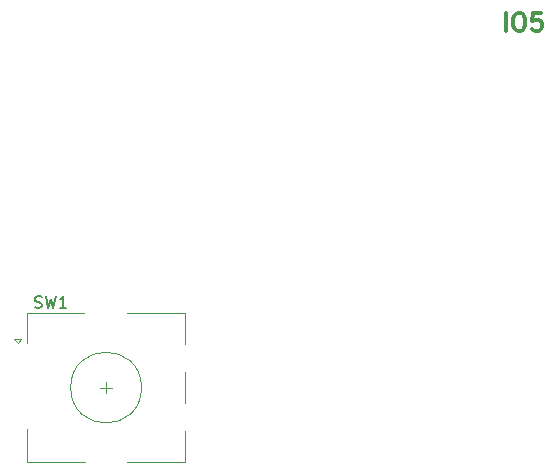
<source format=gbr>
G04 #@! TF.GenerationSoftware,KiCad,Pcbnew,(5.1.4)-1*
G04 #@! TF.CreationDate,2020-06-27T18:01:36-05:00*
G04 #@! TF.ProjectId,8266-dev,38323636-2d64-4657-962e-6b696361645f,rev?*
G04 #@! TF.SameCoordinates,Original*
G04 #@! TF.FileFunction,Legend,Top*
G04 #@! TF.FilePolarity,Positive*
%FSLAX46Y46*%
G04 Gerber Fmt 4.6, Leading zero omitted, Abs format (unit mm)*
G04 Created by KiCad (PCBNEW (5.1.4)-1) date 2020-06-27 18:01:36*
%MOMM*%
%LPD*%
G04 APERTURE LIST*
%ADD10C,0.300000*%
%ADD11C,0.120000*%
%ADD12C,0.150000*%
G04 APERTURE END LIST*
D10*
X167642060Y-62885031D02*
X167642060Y-61385031D01*
X168642060Y-61385031D02*
X168927774Y-61385031D01*
X169070631Y-61456460D01*
X169213488Y-61599317D01*
X169284917Y-61885031D01*
X169284917Y-62385031D01*
X169213488Y-62670745D01*
X169070631Y-62813602D01*
X168927774Y-62885031D01*
X168642060Y-62885031D01*
X168499202Y-62813602D01*
X168356345Y-62670745D01*
X168284917Y-62385031D01*
X168284917Y-61885031D01*
X168356345Y-61599317D01*
X168499202Y-61456460D01*
X168642060Y-61385031D01*
X170642060Y-61385031D02*
X169927774Y-61385031D01*
X169856345Y-62099317D01*
X169927774Y-62027888D01*
X170070631Y-61956460D01*
X170427774Y-61956460D01*
X170570631Y-62027888D01*
X170642060Y-62099317D01*
X170713488Y-62242174D01*
X170713488Y-62599317D01*
X170642060Y-62742174D01*
X170570631Y-62813602D01*
X170427774Y-62885031D01*
X170070631Y-62885031D01*
X169927774Y-62813602D01*
X169856345Y-62742174D01*
D11*
X136800000Y-93100000D02*
G75*
G03X136800000Y-93100000I-3000000J0D01*
G01*
X135600000Y-86800000D02*
X140500000Y-86800000D01*
X140500000Y-99400000D02*
X135600000Y-99400000D01*
X132000000Y-99400000D02*
X127100000Y-99400000D01*
X127100000Y-99400000D02*
X127100000Y-96600000D01*
X131900000Y-86800000D02*
X127100000Y-86800000D01*
X127100000Y-86800000D02*
X127100000Y-89300000D01*
X126300000Y-89300000D02*
X126000000Y-89000000D01*
X126000000Y-89000000D02*
X126600000Y-89000000D01*
X126600000Y-89000000D02*
X126300000Y-89300000D01*
X140500000Y-86800000D02*
X140500000Y-89400000D01*
X140500000Y-91800000D02*
X140500000Y-94400000D01*
X140500000Y-96800000D02*
X140500000Y-99400000D01*
X133800000Y-92600000D02*
X133800000Y-93600000D01*
X133300000Y-93100000D02*
X134300000Y-93100000D01*
D12*
X127766666Y-86304761D02*
X127909523Y-86352380D01*
X128147619Y-86352380D01*
X128242857Y-86304761D01*
X128290476Y-86257142D01*
X128338095Y-86161904D01*
X128338095Y-86066666D01*
X128290476Y-85971428D01*
X128242857Y-85923809D01*
X128147619Y-85876190D01*
X127957142Y-85828571D01*
X127861904Y-85780952D01*
X127814285Y-85733333D01*
X127766666Y-85638095D01*
X127766666Y-85542857D01*
X127814285Y-85447619D01*
X127861904Y-85400000D01*
X127957142Y-85352380D01*
X128195238Y-85352380D01*
X128338095Y-85400000D01*
X128671428Y-85352380D02*
X128909523Y-86352380D01*
X129100000Y-85638095D01*
X129290476Y-86352380D01*
X129528571Y-85352380D01*
X130433333Y-86352380D02*
X129861904Y-86352380D01*
X130147619Y-86352380D02*
X130147619Y-85352380D01*
X130052380Y-85495238D01*
X129957142Y-85590476D01*
X129861904Y-85638095D01*
M02*

</source>
